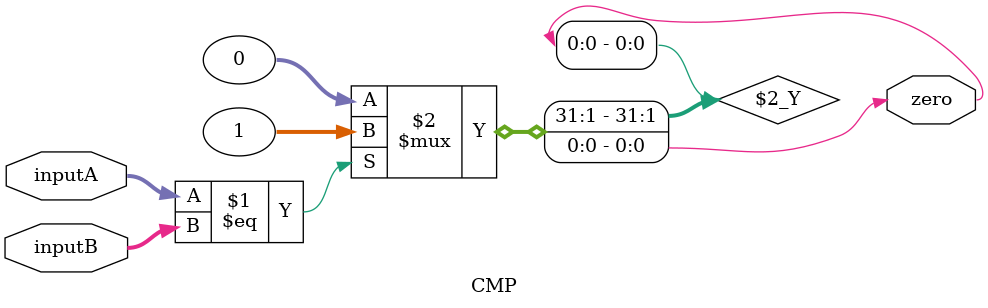
<source format=v>
`timescale 1ns / 1ps
module CMP(
	 input [31:0] inputA,
	 input [31:0] inputB,
	 output zero
    );	//±È½ÏRD1ºÍRD2ÊÇ·ñÏàµÈ
	 
	 assign zero = (inputA==inputB ? 1 : 0);


endmodule

</source>
